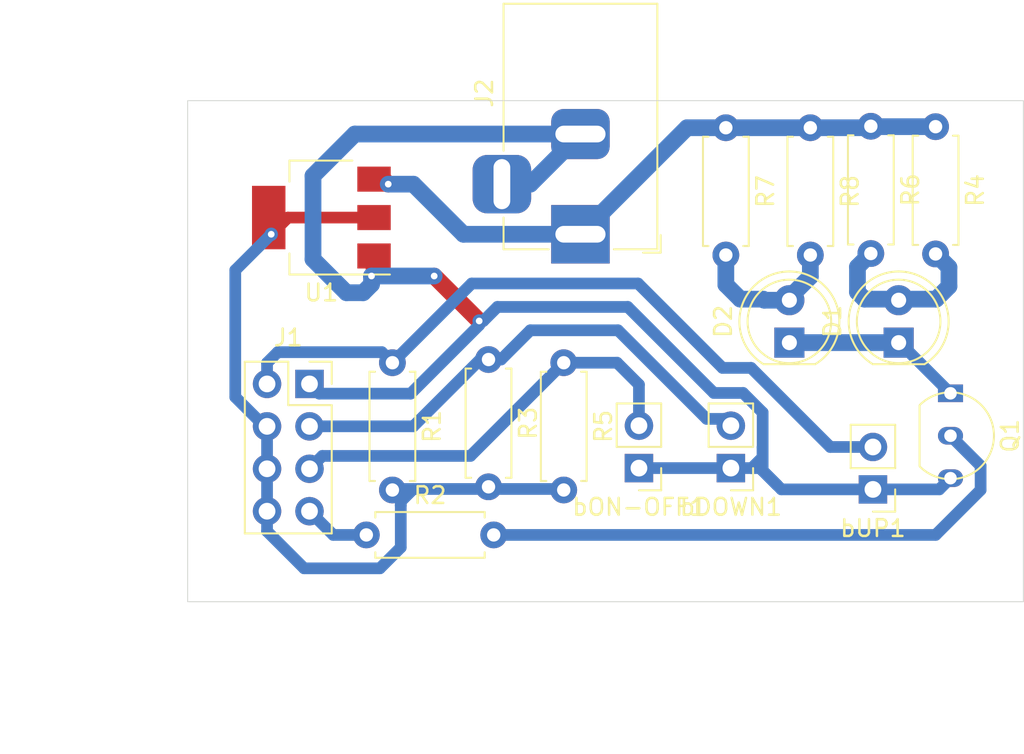
<source format=kicad_pcb>
(kicad_pcb (version 20241229) (generator "pcbnew") (generator_version "9.0")
  (layers (0 "F.Cu" signal) (2 "B.Cu" signal) (13 "F.Paste" user) (15 "B.Paste" user) (5 "F.SilkS" user "F.Silkscreen") (7 "B.SilkS" user "B.Silkscreen") (1 "F.Mask" user) (3 "B.Mask" user) (25 "Edge.Cuts" user))
  (net 0 "")
  (net 1 "Net-(D1-K)")
  (net 2 "GND")
  (net 3 "Net-(D1-A)")
  (net 4 "+5V")
  (net 5 "CHIP_EN")
  (net 6 "B_DOWN")
  (net 7 "B_ON-OFF")
  (net 8 "B_UP")
  (net 9 "Net-(D2-A)")
  (net 10 "IR")
  (net 11 "Net-(Q1-B)")
  (footprint "Package_TO_SOT_THT:TO-92_Inline" (layer "F.Cu") (at 126.14 67.7926 -90)
    (property "Reference" "Q1" (at 1.27 -3.56 90) (layer "F.SilkS"))
    (property "Value" "BC337")
    (fp_line (start -0.53 1.85) (end 3.07 1.85) (stroke (width 0.12)) (layer "F.SilkS"))
    (fp_arc (start -0.568478 1.838478) (mid -1.132087 -0.994977) (end 1.27 -2.6) (stroke (width 0.12)) (layer "F.SilkS"))
    (fp_arc (start 1.27 -2.6) (mid 3.672087 -0.994977) (end 3.108478 1.838478) (stroke (width 0.12)) (layer "F.SilkS"))
    (pad "1" thru_hole rect (at -1.27 0 270) (size 1.05 1.5) (drill 0.75) (layers "*.Cu" "*.Mask") (net 1 "Net-(D1-K)"))
    (pad "2" thru_hole oval (at 1.27 0 270) (size 1.05 1.5) (drill 0.75) (layers "*.Cu" "*.Mask") (net 11 "Net-(Q1-B)"))
    (pad "3" thru_hole oval (at 3.81 0 270) (size 1.05 1.5) (drill 0.75) (layers "*.Cu" "*.Mask") (net 2 "GND"))
  )
  (footprint "Package_TO_SOT_SMD:SOT-223-3_TabPin2" (layer "F.Cu") (at 88.5 56 180)
    (property "Reference" "U1" (at 0 -4.5 0) (layer "F.SilkS"))
    (property "Value" "AMS1117-3.3")
    (fp_line (start 1.91 3.41) (end 1.91 2.15) (stroke (width 0.12)) (layer "F.SilkS"))
    (fp_line (start 1.91 -3.41) (end 1.91 -2.15) (stroke (width 0.12)) (layer "F.SilkS"))
    (fp_line (start -1.85 3.41) (end 1.91 3.41) (stroke (width 0.12)) (layer "F.SilkS"))
    (fp_line (start -4.1 -3.41) (end 1.91 -3.41) (stroke (width 0.12)) (layer "F.SilkS"))
    (pad "1" smd rect (at -3.15 -2.3 180) (size 2 1.5) (layers "F.Cu" "F.Mask" "F.Paste") (net 2 "GND"))
    (pad "2" smd rect (at -3.15 0 180) (size 2 1.5) (layers "F.Cu" "F.Mask" "F.Paste") (net 5 "CHIP_EN"))
    (pad "2" smd rect (at 3.15 0 180) (size 2 3.8) (layers "F.Cu" "F.Mask" "F.Paste") (net 5 "CHIP_EN"))
    (pad "3" smd rect (at -3.15 2.3 180) (size 2 1.5) (layers "F.Cu" "F.Mask" "F.Paste") (net 4 "+5V"))
  )
  (footprint "Connector_PinHeader_2.54mm:PinHeader_1x02_P2.54mm_Vertical" (layer "F.Cu") (at 113 71 180)
    (property "Reference" "bDOWN1" (at 0 -2.33 0) (layer "F.SilkS"))
    (property "Value" "b_push")
    (fp_line (start 1.33 1.27) (end 1.33 3.87) (stroke (width 0.12)) (layer "F.SilkS"))
    (fp_line (start -1.33 3.87) (end 1.33 3.87) (stroke (width 0.12)) (layer "F.SilkS"))
    (fp_line (start -1.33 1.27) (end 1.33 1.27) (stroke (width 0.12)) (layer "F.SilkS"))
    (fp_line (start -1.33 1.27) (end -1.33 3.87) (stroke (width 0.12)) (layer "F.SilkS"))
    (fp_line (start -1.33 0) (end -1.33 -1.33) (stroke (width 0.12)) (layer "F.SilkS"))
    (fp_line (start -1.33 -1.33) (end 0 -1.33) (stroke (width 0.12)) (layer "F.SilkS"))
    (pad "1" thru_hole rect (at 0 0 180) (size 1.7 1.7) (drill 1) (layers "*.Cu" "*.Mask") (net 2 "GND"))
    (pad "2" thru_hole oval (at 0 2.54 180) (size 1.7 1.7) (drill 1) (layers "*.Cu" "*.Mask") (net 6 "B_DOWN"))
  )
  (footprint "Connector_PinHeader_2.54mm:PinHeader_1x02_P2.54mm_Vertical" (layer "F.Cu") (at 107.5 71 180)
    (property "Reference" "bON-OFF1" (at 0 -2.33 0) (layer "F.SilkS"))
    (property "Value" "b_push")
    (fp_line (start 1.33 1.27) (end 1.33 3.87) (stroke (width 0.12)) (layer "F.SilkS"))
    (fp_line (start -1.33 3.87) (end 1.33 3.87) (stroke (width 0.12)) (layer "F.SilkS"))
    (fp_line (start -1.33 1.27) (end 1.33 1.27) (stroke (width 0.12)) (layer "F.SilkS"))
    (fp_line (start -1.33 1.27) (end -1.33 3.87) (stroke (width 0.12)) (layer "F.SilkS"))
    (fp_line (start -1.33 0) (end -1.33 -1.33) (stroke (width 0.12)) (layer "F.SilkS"))
    (fp_line (start -1.33 -1.33) (end 0 -1.33) (stroke (width 0.12)) (layer "F.SilkS"))
    (pad "1" thru_hole rect (at 0 0 180) (size 1.7 1.7) (drill 1) (layers "*.Cu" "*.Mask") (net 2 "GND"))
    (pad "2" thru_hole oval (at 0 2.54 180) (size 1.7 1.7) (drill 1) (layers "*.Cu" "*.Mask") (net 7 "B_ON-OFF"))
  )
  (footprint "Connector_PinHeader_2.54mm:PinHeader_1x02_P2.54mm_Vertical" (layer "F.Cu") (at 121.5 72.275 180)
    (property "Reference" "bUP1" (at 0 -2.33 0) (layer "F.SilkS"))
    (property "Value" "b_push")
    (fp_line (start 1.33 1.27) (end 1.33 3.87) (stroke (width 0.12)) (layer "F.SilkS"))
    (fp_line (start -1.33 3.87) (end 1.33 3.87) (stroke (width 0.12)) (layer "F.SilkS"))
    (fp_line (start -1.33 1.27) (end 1.33 1.27) (stroke (width 0.12)) (layer "F.SilkS"))
    (fp_line (start -1.33 1.27) (end -1.33 3.87) (stroke (width 0.12)) (layer "F.SilkS"))
    (fp_line (start -1.33 0) (end -1.33 -1.33) (stroke (width 0.12)) (layer "F.SilkS"))
    (fp_line (start -1.33 -1.33) (end 0 -1.33) (stroke (width 0.12)) (layer "F.SilkS"))
    (pad "1" thru_hole rect (at 0 0 180) (size 1.7 1.7) (drill 1) (layers "*.Cu" "*.Mask") (net 2 "GND"))
    (pad "2" thru_hole oval (at 0 2.54 180) (size 1.7 1.7) (drill 1) (layers "*.Cu" "*.Mask") (net 8 "B_UP"))
  )
  (footprint "LED_THT:LED_D5.0mm" (layer "F.Cu") (at 123.0376 63.488646 90)
    (property "Reference" "D1" (at 1.27 -3.96 90) (layer "F.SilkS"))
    (property "Value" "LED")
    (fp_line (start -1.29 -1.545) (end -1.29 1.545) (stroke (width 0.12)) (layer "F.SilkS"))
    (fp_arc (start -1.29 -1.54483) (mid 2.072002 -2.880433) (end 4.26 0.000462) (stroke (width 0.12)) (layer "F.SilkS"))
    (fp_arc (start 4.26 -0.000462) (mid 2.072002 2.880433) (end -1.29 1.54483) (stroke (width 0.12)) (layer "F.SilkS"))
    (fp_circle (center 1.27 0) (end 3.77 0) (stroke (width 0.12)) (fill no) (layer "F.SilkS"))
    (pad "1" thru_hole rect (at 0 0 90) (size 1.8 1.8) (drill 0.9) (layers "*.Cu" "*.Mask") (net 1 "Net-(D1-K)"))
    (pad "2" thru_hole circle (at 2.54 0 90) (size 1.8 1.8) (drill 0.9) (layers "*.Cu" "*.Mask") (net 3 "Net-(D1-A)"))
  )
  (footprint "LED_THT:LED_D5.0mm" (layer "F.Cu") (at 116.5 63.488646 90)
    (property "Reference" "D2" (at 1.27 -3.96 90) (layer "F.SilkS"))
    (property "Value" "LED")
    (fp_line (start -1.29 -1.545) (end -1.29 1.545) (stroke (width 0.12)) (layer "F.SilkS"))
    (fp_arc (start -1.29 -1.54483) (mid 2.072002 -2.880433) (end 4.26 0.000462) (stroke (width 0.12)) (layer "F.SilkS"))
    (fp_arc (start 4.26 -0.000462) (mid 2.072002 2.880433) (end -1.29 1.54483) (stroke (width 0.12)) (layer "F.SilkS"))
    (fp_circle (center 1.27 0) (end 3.77 0) (stroke (width 0.12)) (fill no) (layer "F.SilkS"))
    (pad "1" thru_hole rect (at 0 0 90) (size 1.8 1.8) (drill 0.9) (layers "*.Cu" "*.Mask") (net 1 "Net-(D1-K)"))
    (pad "2" thru_hole circle (at 2.54 0 90) (size 1.8 1.8) (drill 0.9) (layers "*.Cu" "*.Mask") (net 9 "Net-(D2-A)"))
  )
  (footprint "Connector_PinSocket_2.54mm:PinSocket_2x04_P2.54mm_Vertical" (layer "F.Cu") (at 87.79 65.96)
    (property "Reference" "J1" (at -1.27 -2.77 0) (layer "F.SilkS"))
    (property "Value" "ESP01")
    (fp_line (start -3.87 -1.33) (end -3.87 8.95) (stroke (width 0.12)) (layer "F.SilkS"))
    (fp_line (start -3.87 -1.33) (end -1.27 -1.33) (stroke (width 0.12)) (layer "F.SilkS"))
    (fp_line (start -3.87 8.95) (end 1.33 8.95) (stroke (width 0.12)) (layer "F.SilkS"))
    (fp_line (start -1.27 -1.33) (end -1.27 1.27) (stroke (width 0.12)) (layer "F.SilkS"))
    (fp_line (start -1.27 1.27) (end 1.33 1.27) (stroke (width 0.12)) (layer "F.SilkS"))
    (fp_line (start 0 -1.33) (end 1.33 -1.33) (stroke (width 0.12)) (layer "F.SilkS"))
    (fp_line (start 1.33 -1.33) (end 1.33 0) (stroke (width 0.12)) (layer "F.SilkS"))
    (fp_line (start 1.33 1.27) (end 1.33 8.95) (stroke (width 0.12)) (layer "F.SilkS"))
    (pad "1" thru_hole rect (at 0 0) (size 1.7 1.7) (drill 1) (layers "*.Cu" "*.Mask") (net 2 "GND"))
    (pad "2" thru_hole circle (at -2.54 0) (size 1.7 1.7) (drill 1) (layers "*.Cu" "*.Mask") (net 8 "B_UP"))
    (pad "3" thru_hole circle (at 0 2.54) (size 1.7 1.7) (drill 1) (layers "*.Cu" "*.Mask") (net 6 "B_DOWN"))
    (pad "4" thru_hole circle (at -2.54 2.54) (size 1.7 1.7) (drill 1) (layers "*.Cu" "*.Mask") (net 5 "CHIP_EN"))
    (pad "5" thru_hole circle (at 0 5.08) (size 1.7 1.7) (drill 1) (layers "*.Cu" "*.Mask") (net 7 "B_ON-OFF"))
    (pad "6" thru_hole circle (at -2.54 5.08) (size 1.7 1.7) (drill 1) (layers "*.Cu" "*.Mask") (net 5 "CHIP_EN"))
    (pad "7" thru_hole circle (at 0 7.62) (size 1.7 1.7) (drill 1) (layers "*.Cu" "*.Mask") (net 10 "IR"))
    (pad "8" thru_hole circle (at -2.54 7.62) (size 1.7 1.7) (drill 1) (layers "*.Cu" "*.Mask") (net 5 "CHIP_EN"))
  )
  (footprint "Resistor_THT:R_Axial_DIN0207_L6.3mm_D2.5mm_P7.62mm_Horizontal" (layer "F.Cu") (at 92.75 64.69 -90)
    (property "Reference" "R1" (at 3.81 -2.37 90) (layer "F.SilkS"))
    (property "Value" "R" (hide yes))
    (fp_line (start 0.54 1.37) (end 7.08 1.37) (stroke (width 0.12)) (layer "F.SilkS"))
    (fp_line (start 7.08 1.37) (end 7.08 1.04) (stroke (width 0.12)) (layer "F.SilkS"))
    (fp_line (start 0.54 1.04) (end 0.54 1.37) (stroke (width 0.12)) (layer "F.SilkS"))
    (fp_line (start 0.54 -1.04) (end 0.54 -1.37) (stroke (width 0.12)) (layer "F.SilkS"))
    (fp_line (start 0.54 -1.37) (end 7.08 -1.37) (stroke (width 0.12)) (layer "F.SilkS"))
    (fp_line (start 7.08 -1.37) (end 7.08 -1.04) (stroke (width 0.12)) (layer "F.SilkS"))
    (pad "1" thru_hole circle (at 0 0 270) (size 1.6 1.6) (drill 0.8) (layers "*.Cu" "*.Mask") (net 8 "B_UP"))
    (pad "2" thru_hole oval (at 7.62 0 270) (size 1.6 1.6) (drill 0.8) (layers "*.Cu" "*.Mask") (net 5 "CHIP_EN"))
  )
  (footprint "Resistor_THT:R_Axial_DIN0207_L6.3mm_D2.5mm_P7.62mm_Horizontal" (layer "F.Cu") (at 91.19 75)
    (property "Reference" "R2" (at 3.81 -2.37 0) (layer "F.SilkS"))
    (property "Value" "R")
    (fp_line (start 0.54 -1.37) (end 7.08 -1.37) (stroke (width 0.12)) (layer "F.SilkS"))
    (fp_line (start 0.54 -1.04) (end 0.54 -1.37) (stroke (width 0.12)) (layer "F.SilkS"))
    (fp_line (start 0.54 1.04) (end 0.54 1.37) (stroke (width 0.12)) (layer "F.SilkS"))
    (fp_line (start 0.54 1.37) (end 7.08 1.37) (stroke (width 0.12)) (layer "F.SilkS"))
    (fp_line (start 7.08 -1.37) (end 7.08 -1.04) (stroke (width 0.12)) (layer "F.SilkS"))
    (fp_line (start 7.08 1.37) (end 7.08 1.04) (stroke (width 0.12)) (layer "F.SilkS"))
    (pad "1" thru_hole circle (at 0 0) (size 1.6 1.6) (drill 0.8) (layers "*.Cu" "*.Mask") (net 10 "IR"))
    (pad "2" thru_hole oval (at 7.62 0) (size 1.6 1.6) (drill 0.8) (layers "*.Cu" "*.Mask") (net 11 "Net-(Q1-B)"))
  )
  (footprint "Resistor_THT:R_Axial_DIN0207_L6.3mm_D2.5mm_P7.62mm_Horizontal" (layer "F.Cu") (at 98.5 64.5 -90)
    (property "Reference" "R3" (at 3.81 -2.37 90) (layer "F.SilkS"))
    (property "Value" "R")
    (fp_line (start 0.54 1.37) (end 7.08 1.37) (stroke (width 0.12)) (layer "F.SilkS"))
    (fp_line (start 7.08 1.37) (end 7.08 1.04) (stroke (width 0.12)) (layer "F.SilkS"))
    (fp_line (start 0.54 1.04) (end 0.54 1.37) (stroke (width 0.12)) (layer "F.SilkS"))
    (fp_line (start 0.54 -1.04) (end 0.54 -1.37) (stroke (width 0.12)) (layer "F.SilkS"))
    (fp_line (start 0.54 -1.37) (end 7.08 -1.37) (stroke (width 0.12)) (layer "F.SilkS"))
    (fp_line (start 7.08 -1.37) (end 7.08 -1.04) (stroke (width 0.12)) (layer "F.SilkS"))
    (pad "1" thru_hole circle (at 0 0 270) (size 1.6 1.6) (drill 0.8) (layers "*.Cu" "*.Mask") (net 6 "B_DOWN"))
    (pad "2" thru_hole oval (at 7.62 0 270) (size 1.6 1.6) (drill 0.8) (layers "*.Cu" "*.Mask") (net 5 "CHIP_EN"))
  )
  (footprint "Resistor_THT:R_Axial_DIN0207_L6.3mm_D2.5mm_P7.62mm_Horizontal" (layer "F.Cu") (at 125.2474 50.5587 -90)
    (property "Reference" "R4" (at 3.81 -2.37 90) (layer "F.SilkS"))
    (property "Value" "R")
    (fp_line (start 0.54 1.37) (end 7.08 1.37) (stroke (width 0.12)) (layer "F.SilkS"))
    (fp_line (start 7.08 1.37) (end 7.08 1.04) (stroke (width 0.12)) (layer "F.SilkS"))
    (fp_line (start 0.54 1.04) (end 0.54 1.37) (stroke (width 0.12)) (layer "F.SilkS"))
    (fp_line (start 0.54 -1.04) (end 0.54 -1.37) (stroke (width 0.12)) (layer "F.SilkS"))
    (fp_line (start 0.54 -1.37) (end 7.08 -1.37) (stroke (width 0.12)) (layer "F.SilkS"))
    (fp_line (start 7.08 -1.37) (end 7.08 -1.04) (stroke (width 0.12)) (layer "F.SilkS"))
    (pad "1" thru_hole circle (at 0 0 270) (size 1.6 1.6) (drill 0.8) (layers "*.Cu" "*.Mask") (net 4 "+5V"))
    (pad "2" thru_hole oval (at 7.62 0 270) (size 1.6 1.6) (drill 0.8) (layers "*.Cu" "*.Mask") (net 3 "Net-(D1-A)"))
  )
  (footprint "Resistor_THT:R_Axial_DIN0207_L6.3mm_D2.5mm_P7.62mm_Horizontal" (layer "F.Cu") (at 103 64.69 -90)
    (property "Reference" "R5" (at 3.81 -2.37 90) (layer "F.SilkS"))
    (property "Value" "R")
    (fp_line (start 0.54 1.37) (end 7.08 1.37) (stroke (width 0.12)) (layer "F.SilkS"))
    (fp_line (start 7.08 1.37) (end 7.08 1.04) (stroke (width 0.12)) (layer "F.SilkS"))
    (fp_line (start 0.54 1.04) (end 0.54 1.37) (stroke (width 0.12)) (layer "F.SilkS"))
    (fp_line (start 0.54 -1.04) (end 0.54 -1.37) (stroke (width 0.12)) (layer "F.SilkS"))
    (fp_line (start 0.54 -1.37) (end 7.08 -1.37) (stroke (width 0.12)) (layer "F.SilkS"))
    (fp_line (start 7.08 -1.37) (end 7.08 -1.04) (stroke (width 0.12)) (layer "F.SilkS"))
    (pad "1" thru_hole circle (at 0 0 270) (size 1.6 1.6) (drill 0.8) (layers "*.Cu" "*.Mask") (net 7 "B_ON-OFF"))
    (pad "2" thru_hole oval (at 7.62 0 270) (size 1.6 1.6) (drill 0.8) (layers "*.Cu" "*.Mask") (net 5 "CHIP_EN"))
  )
  (footprint "Resistor_THT:R_Axial_DIN0207_L6.3mm_D2.5mm_P7.62mm_Horizontal" (layer "F.Cu") (at 121.3739 50.5333 -90)
    (property "Reference" "R6" (at 3.81 -2.37 90) (layer "F.SilkS"))
    (property "Value" "R")
    (fp_line (start 0.54 1.37) (end 7.08 1.37) (stroke (width 0.12)) (layer "F.SilkS"))
    (fp_line (start 7.08 1.37) (end 7.08 1.04) (stroke (width 0.12)) (layer "F.SilkS"))
    (fp_line (start 0.54 1.04) (end 0.54 1.37) (stroke (width 0.12)) (layer "F.SilkS"))
    (fp_line (start 0.54 -1.04) (end 0.54 -1.37) (stroke (width 0.12)) (layer "F.SilkS"))
    (fp_line (start 0.54 -1.37) (end 7.08 -1.37) (stroke (width 0.12)) (layer "F.SilkS"))
    (fp_line (start 7.08 -1.37) (end 7.08 -1.04) (stroke (width 0.12)) (layer "F.SilkS"))
    (pad "1" thru_hole circle (at 0 0 270) (size 1.6 1.6) (drill 0.8) (layers "*.Cu" "*.Mask") (net 4 "+5V"))
    (pad "2" thru_hole oval (at 7.62 0 270) (size 1.6 1.6) (drill 0.8) (layers "*.Cu" "*.Mask") (net 3 "Net-(D1-A)"))
  )
  (footprint "Resistor_THT:R_Axial_DIN0207_L6.3mm_D2.5mm_P7.62mm_Horizontal" (layer "F.Cu") (at 112.6998 50.6222 -90)
    (property "Reference" "R7" (at 3.81 -2.37 90) (layer "F.SilkS"))
    (property "Value" "R")
    (fp_line (start 0.54 1.37) (end 7.08 1.37) (stroke (width 0.12)) (layer "F.SilkS"))
    (fp_line (start 7.08 1.37) (end 7.08 1.04) (stroke (width 0.12)) (layer "F.SilkS"))
    (fp_line (start 0.54 1.04) (end 0.54 1.37) (stroke (width 0.12)) (layer "F.SilkS"))
    (fp_line (start 0.54 -1.04) (end 0.54 -1.37) (stroke (width 0.12)) (layer "F.SilkS"))
    (fp_line (start 0.54 -1.37) (end 7.08 -1.37) (stroke (width 0.12)) (layer "F.SilkS"))
    (fp_line (start 7.08 -1.37) (end 7.08 -1.04) (stroke (width 0.12)) (layer "F.SilkS"))
    (pad "1" thru_hole circle (at 0 0 270) (size 1.6 1.6) (drill 0.8) (layers "*.Cu" "*.Mask") (net 4 "+5V"))
    (pad "2" thru_hole oval (at 7.62 0 270) (size 1.6 1.6) (drill 0.8) (layers "*.Cu" "*.Mask") (net 9 "Net-(D2-A)"))
  )
  (footprint "Resistor_THT:R_Axial_DIN0207_L6.3mm_D2.5mm_P7.62mm_Horizontal" (layer "F.Cu") (at 117.7544 50.6222 -90)
    (property "Reference" "R8" (at 3.81 -2.37 90) (layer "F.SilkS"))
    (property "Value" "R")
    (fp_line (start 0.54 1.37) (end 7.08 1.37) (stroke (width 0.12)) (layer "F.SilkS"))
    (fp_line (start 7.08 1.37) (end 7.08 1.04) (stroke (width 0.12)) (layer "F.SilkS"))
    (fp_line (start 0.54 1.04) (end 0.54 1.37) (stroke (width 0.12)) (layer "F.SilkS"))
    (fp_line (start 0.54 -1.04) (end 0.54 -1.37) (stroke (width 0.12)) (layer "F.SilkS"))
    (fp_line (start 0.54 -1.37) (end 7.08 -1.37) (stroke (width 0.12)) (layer "F.SilkS"))
    (fp_line (start 7.08 -1.37) (end 7.08 -1.04) (stroke (width 0.12)) (layer "F.SilkS"))
    (pad "1" thru_hole circle (at 0 0 270) (size 1.6 1.6) (drill 0.8) (layers "*.Cu" "*.Mask") (net 4 "+5V"))
    (pad "2" thru_hole oval (at 7.62 0 270) (size 1.6 1.6) (drill 0.8) (layers "*.Cu" "*.Mask") (net 9 "Net-(D2-A)"))
  )
  (footprint "Connector_BarrelJack:BarrelJack_Horizontal" (layer "F.Cu") (at 104 57 -90)
    (property "Reference" "J2" (at -8.45 5.75 90) (layer "F.SilkS"))
    (property "Value" "Barrel_Jack_Switch")
    (fp_line (start -13.8 4.6) (end -13.8 -4.6) (stroke (width 0.12)) (layer "F.SilkS"))
    (fp_line (start -5 4.6) (end -13.8 4.6) (stroke (width 0.12)) (layer "F.SilkS"))
    (fp_line (start 0.9 4.6) (end -1 4.6) (stroke (width 0.12)) (layer "F.SilkS"))
    (fp_line (start 0.9 1.9) (end 0.9 4.6) (stroke (width 0.12)) (layer "F.SilkS"))
    (fp_line (start 1.1 -3.75) (end 1.1 -4.8) (stroke (width 0.12)) (layer "F.SilkS"))
    (fp_line (start -13.8 -4.6) (end 0.9 -4.6) (stroke (width 0.12)) (layer "F.SilkS"))
    (fp_line (start 0.9 -4.6) (end 0.9 -2) (stroke (width 0.12)) (layer "F.SilkS"))
    (fp_line (start 0.05 -4.8) (end 1.1 -4.8) (stroke (width 0.12)) (layer "F.SilkS"))
    (pad "1" thru_hole rect (at 0 0 270) (size 3.5 3.5) (drill oval 1 3) (layers "*.Cu" "*.Mask") (net 4 "+5V"))
    (pad "2" thru_hole roundrect (at -6 0 270) (size 3 3.5) (drill oval 1 3) (layers "*.Cu" "*.Mask") (net 2 "GND"))
    (pad "3" thru_hole roundrect (at -3 4.7 270) (size 3.5 3.5) (drill oval 3 1) (layers "*.Cu" "*.Mask") (net 2 "GND"))
  )
  (gr_rect (start 80.5 49) (end 130.5 79) (stroke (width 0.05)) (fill no) (layer "Edge.Cuts"))
  (segment (start 123.102446 63.488646) (end 123.0376 63.488646) (width 0.7) (layer "B.Cu") (net 1))
  (segment (start 126.14 66.5226) (end 126.1364 66.5226) (width 0.7) (layer "B.Cu") (net 1))
  (segment (start 126.1364 66.5226) (end 123.102446 63.488646) (width 0.7) (layer "B.Cu") (net 1))
  (segment (start 116.5 63.488646) (end 123.0376 63.488646) (width 1) (layer "B.Cu") (net 1))
  (segment (start 91.65 58.3) (end 91.65 59.35) (width 1) (layer "F.Cu") (net 2))
  (segment (start 91.65 59.35) (end 91.5 59.5) (width 1) (layer "F.Cu") (net 2))
  (segment (start 95.25 59.5) (end 97.941145 62.191145) (width 1) (layer "F.Cu") (net 2))
  (via (at 95.25 59.5) (size 0.8) (drill 0.4) (layers "F.Cu" "B.Cu") (net 2))
  (via (at 97.941145 62.191145) (size 0.8) (drill 0.4) (layers "F.Cu" "B.Cu") (net 2))
  (via (at 91.5 59.5) (size 0.8) (drill 0.4) (layers "F.Cu" "B.Cu") (net 2))
  (segment (start 114.25 71) (end 114.75 71) (width 0.7) (layer "B.Cu") (net 2))
  (segment (start 104 51) (end 90.5 51) (width 1) (layer "B.Cu") (net 2))
  (segment (start 116.025 72.275) (end 121.5 72.275) (width 0.7) (layer "B.Cu") (net 2))
  (segment (start 99.03329 61.349) (end 106.830314 61.349) (width 0.7) (layer "B.Cu") (net 2))
  (segment (start 101 54) (end 104 51) (width 1) (layer "B.Cu") (net 2))
  (segment (start 91.5 60) (end 91 60.5) (width 1) (layer "B.Cu") (net 2))
  (segment (start 90.5 51) (end 88 53.5) (width 1) (layer "B.Cu") (net 2))
  (segment (start 114.75 71) (end 114.901 71.151) (width 0.7) (layer "B.Cu") (net 2))
  (segment (start 95.25 59.5) (end 91.5 59.5) (width 1) (layer "B.Cu") (net 2))
  (segment (start 93.84129 66.541) (end 88.371 66.541) (width 0.7) (layer "B.Cu") (net 2))
  (segment (start 114.901 70.349) (end 114.25 71) (width 0.7) (layer "B.Cu") (net 2))
  (segment (start 114.901 69.75) (end 114.901 71.151) (width 0.7) (layer "B.Cu") (net 2))
  (segment (start 88 53.5) (end 88 58.5) (width 1) (layer "B.Cu") (net 2))
  (segment (start 97.941145 62.441145) (end 93.84129 66.541) (width 0.7) (layer "B.Cu") (net 2))
  (segment (start 115.75 72) (end 114.75 71) (width 0.7) (layer "B.Cu") (net 2))
  (segment (start 88 58.5) (end 90 60.5) (width 1) (layer "B.Cu") (net 2))
  (segment (start 106.830314 61.349) (end 111.981314 66.5) (width 0.7) (layer "B.Cu") (net 2))
  (segment (start 125.4676 72.275) (end 126.14 71.6026) (width 0.7) (layer "B.Cu") (net 2))
  (segment (start 114.901 69.75) (end 114.901 70.349) (width 0.7) (layer "B.Cu") (net 2))
  (segment (start 88.371 66.541) (end 87.79 65.96) (width 0.7) (layer "B.Cu") (net 2))
  (segment (start 91.5 59.5) (end 91.5 60) (width 1) (layer "B.Cu") (net 2))
  (segment (start 113.72842 66.5) (end 114.901 67.67258) (width 0.7) (layer "B.Cu") (net 2))
  (segment (start 115.75 72) (end 116.025 72.275) (width 0.7) (layer "B.Cu") (net 2))
  (segment (start 111.981314 66.5) (end 113.72842 66.5) (width 0.7) (layer "B.Cu") (net 2))
  (segment (start 113 71) (end 114.25 71) (width 0.7) (layer "B.Cu") (net 2))
  (segment (start 97.941145 62.191145) (end 98.191145 62.191145) (width 0.7) (layer "B.Cu") (net 2))
  (segment (start 98.191145 62.191145) (end 99.03329 61.349) (width 0.7) (layer "B.Cu") (net 2))
  (segment (start 121.5 72.275) (end 125.4676 72.275) (width 0.7) (layer "B.Cu") (net 2))
  (segment (start 90 60.5) (end 91 60.5) (width 1) (layer "B.Cu") (net 2))
  (segment (start 114.901 71.151) (end 115.75 72) (width 0.7) (layer "B.Cu") (net 2))
  (segment (start 97.941145 62.191145) (end 97.941145 62.441145) (width 0.7) (layer "B.Cu") (net 2))
  (segment (start 99.3 54) (end 101 54) (width 1) (layer "B.Cu") (net 2))
  (segment (start 114.901 67.67258) (end 114.901 69.75) (width 0.7) (layer "B.Cu") (net 2))
  (segment (start 107.5 71) (end 113 71) (width 0.7) (layer "B.Cu") (net 2))
  (segment (start 123.102446 60.8838) (end 123.0376 60.948646) (width 1) (layer "B.Cu") (net 3))
  (segment (start 120.573901 58.953299) (end 120.573901 60.464801) (width 1) (layer "B.Cu") (net 3))
  (segment (start 122.972754 60.8838) (end 123.0376 60.948646) (width 1) (layer "B.Cu") (net 3))
  (segment (start 125.2474 58.1787) (end 126.047399 58.978699) (width 1) (layer "B.Cu") (net 3))
  (segment (start 120.573901 60.464801) (end 120.9929 60.8838) (width 1) (layer "B.Cu") (net 3))
  (segment (start 120.9929 60.8838) (end 122.972754 60.8838) (width 1) (layer "B.Cu") (net 3))
  (segment (start 126.047399 60.121901) (end 125.2855 60.8838) (width 1) (layer "B.Cu") (net 3))
  (segment (start 126.047399 58.978699) (end 126.047399 60.121901) (width 1) (layer "B.Cu") (net 3))
  (segment (start 121.3739 58.1533) (end 120.573901 58.953299) (width 1) (layer "B.Cu") (net 3))
  (segment (start 125.2855 60.8838) (end 123.102446 60.8838) (width 1) (layer "B.Cu") (net 3))
  (segment (start 92.2 53.7) (end 92.5 54) (width 1) (layer "F.Cu") (net 4))
  (segment (start 91.65 53.7) (end 92.2 53.7) (width 1) (layer "F.Cu") (net 4))
  (via (at 92.5 54) (size 0.8) (drill 0.4) (layers "F.Cu" "B.Cu") (net 4))
  (segment (start 97 57) (end 94 54) (width 1) (layer "B.Cu") (net 4))
  (segment (start 125.2474 50.5587) (end 121.3993 50.5587) (width 1) (layer "B.Cu") (net 4))
  (segment (start 117.7544 50.6222) (end 121.285 50.6222) (width 1) (layer "B.Cu") (net 4))
  (segment (start 104 57) (end 97 57) (width 1) (layer "B.Cu") (net 4))
  (segment (start 94 54) (end 92.5 54) (width 1) (layer "B.Cu") (net 4))
  (segment (start 121.285 50.6222) (end 121.3739 50.5333) (width 1) (layer "B.Cu") (net 4))
  (segment (start 112.6998 50.6222) (end 117.7544 50.6222) (width 1) (layer "B.Cu") (net 4))
  (segment (start 104 57) (end 110.3778 50.6222) (width 1) (layer "B.Cu") (net 4))
  (segment (start 110.3778 50.6222) (end 112.6998 50.6222) (width 1) (layer "B.Cu") (net 4))
  (segment (start 121.3993 50.5587) (end 121.3739 50.5333) (width 1) (layer "B.Cu") (net 4))
  (segment (start 91.65 56) (end 86.5 56) (width 0.7) (layer "F.Cu") (net 5))
  (segment (start 86.5 56) (end 85.5 57) (width 0.7) (layer "F.Cu") (net 5))
  (via (at 85.5 57) (size 0.8) (drill 0.4) (layers "F.Cu" "B.Cu") (net 5))
  (segment (start 85.10158 68.5) (end 83.349 66.74742) (width 0.7) (layer "B.Cu") (net 5))
  (segment (start 93.25 73.25) (end 93.25 73) (width 0.7) (layer "B.Cu") (net 5))
  (segment (start 92.75 72.31) (end 93.25 72.81) (width 0.7) (layer "B.Cu") (net 5))
  (segment (start 102.94 72.25) (end 103 72.31) (width 0.7) (layer "B.Cu") (net 5))
  (segment (start 85.25 74.782081) (end 85.25 73.58) (width 0.7) (layer "B.Cu") (net 5))
  (segment (start 93.25 73) (end 94 72.25) (width 0.7) (layer "B.Cu") (net 5))
  (segment (start 92 77) (end 87.467919 77) (width 0.7) (layer "B.Cu") (net 5))
  (segment (start 85.25 68.5) (end 85.10158 68.5) (width 0.7) (layer "B.Cu") (net 5))
  (segment (start 94 72.25) (end 102.94 72.25) (width 0.7) (layer "B.Cu") (net 5))
  (segment (start 93.25 72.81) (end 93.25 73.25) (width 0.7) (layer "B.Cu") (net 5))
  (segment (start 87.467919 77) (end 85.25 74.782081) (width 0.7) (layer "B.Cu") (net 5))
  (segment (start 93.25 75.75) (end 92 77) (width 0.7) (layer "B.Cu") (net 5))
  (segment (start 93.25 73.25) (end 93.25 75.75) (width 0.7) (layer "B.Cu") (net 5))
  (segment (start 83.349 66.74742) (end 83.349 59.151) (width 0.7) (layer "B.Cu") (net 5))
  (segment (start 83.349 59.151) (end 85.5 57) (width 0.7) (layer "B.Cu") (net 5))
  (segment (start 92.75 72.31) (end 92.81 72.25) (width 0.7) (layer "B.Cu") (net 5))
  (segment (start 85.25 68.5) (end 85.25 73.58) (width 0.7) (layer "B.Cu") (net 5))
  (segment (start 92.81 72.25) (end 94 72.25) (width 0.7) (layer "B.Cu") (net 5))
  (segment (start 98.5 64.5) (end 98 64.5) (width 0.7) (layer "B.Cu") (net 6))
  (segment (start 99.25 64.5) (end 101 62.75) (width 0.7) (layer "B.Cu") (net 6))
  (segment (start 111.552387 68.052387) (end 112.592387 68.052387) (width 0.7) (layer "B.Cu") (net 6))
  (segment (start 98 64.5) (end 94 68.5) (width 0.7) (layer "B.Cu") (net 6))
  (segment (start 112.592387 68.052387) (end 113 68.46) (width 0.7) (layer "B.Cu") (net 6))
  (segment (start 101 62.75) (end 106.25 62.75) (width 0.7) (layer "B.Cu") (net 6))
  (segment (start 94 68.5) (end 87.79 68.5) (width 0.7) (layer "B.Cu") (net 6))
  (segment (start 98.5 64.5) (end 99.25 64.5) (width 0.7) (layer "B.Cu") (net 6))
  (segment (start 106.25 62.75) (end 111.552387 68.052387) (width 0.7) (layer "B.Cu") (net 6))
  (segment (start 87.79 71.04) (end 88.561 70.269) (width 0.7) (layer "B.Cu") (net 7))
  (segment (start 106.19 64.69) (end 107.5 66) (width 0.7) (layer "B.Cu") (net 7))
  (segment (start 88.561 70.269) (end 97.421 70.269) (width 0.7) (layer "B.Cu") (net 7))
  (segment (start 107.5 66) (end 107.5 68.46) (width 0.7) (layer "B.Cu") (net 7))
  (segment (start 97.421 70.269) (end 103 64.69) (width 0.7) (layer "B.Cu") (net 7))
  (segment (start 103 64.69) (end 106.19 64.69) (width 0.7) (layer "B.Cu") (net 7))
  (segment (start 92.119 64.059) (end 85.889 64.059) (width 0.7) (layer "B.Cu") (net 8))
  (segment (start 85.889 64.059) (end 85.25 64.698) (width 0.7) (layer "B.Cu") (net 8))
  (segment (start 114.209733 65) (end 112.5 65) (width 0.7) (layer "B.Cu") (net 8))
  (segment (start 118.944733 69.735) (end 114.209733 65) (width 0.7) (layer "B.Cu") (net 8))
  (segment (start 121.5 69.735) (end 118.944733 69.735) (width 0.7) (layer "B.Cu") (net 8))
  (segment (start 112.5 65) (end 107.448 59.948) (width 0.7) (layer "B.Cu") (net 8))
  (segment (start 85.25 64.698) (end 85.25 65.96) (width 0.7) (layer "B.Cu") (net 8))
  (segment (start 97.492 59.948) (end 92.75 64.69) (width 0.7) (layer "B.Cu") (net 8))
  (segment (start 107.448 59.948) (end 97.492 59.948) (width 0.7) (layer "B.Cu") (net 8))
  (segment (start 92.75 64.69) (end 92.119 64.059) (width 0.7) (layer "B.Cu") (net 8))
  (segment (start 112.6998 60.0202) (end 113.5634 60.8838) (width 1) (layer "B.Cu") (net 9))
  (segment (start 117.7544 58.2422) (end 117.7544 59.5376) (width 1) (layer "B.Cu") (net 9))
  (segment (start 114.933654 60.8838) (end 114.9985 60.948646) (width 1) (layer "B.Cu") (net 9))
  (segment (start 117.7544 59.5376) (end 116.5 60.792) (width 1) (layer "B.Cu") (net 9))
  (segment (start 112.6998 58.2422) (end 112.6998 60.0202) (width 1) (layer "B.Cu") (net 9))
  (segment (start 114.9985 60.948646) (end 116.5 60.948646) (width 1) (layer "B.Cu") (net 9))
  (segment (start 113.5634 60.8838) (end 114.933654 60.8838) (width 1) (layer "B.Cu") (net 9))
  (segment (start 116.5 60.792) (end 116.5 60.948646) (width 1) (layer "B.Cu") (net 9))
  (segment (start 89.21 75) (end 87.79 73.58) (width 0.7) (layer "B.Cu") (net 10))
  (segment (start 91.19 75) (end 89.21 75) (width 0.7) (layer "B.Cu") (net 10))
  (segment (start 125.25 75) (end 127.941 72.309) (width 0.7) (layer "B.Cu") (net 11))
  (segment (start 127.941 70.8636) (end 126.14 69.0626) (width 0.7) (layer "B.Cu") (net 11))
  (segment (start 127.941 72.309) (end 127.941 70.8636) (width 0.7) (layer "B.Cu") (net 11))
  (segment (start 98.81 75) (end 125.25 75) (width 0.7) (layer "B.Cu") (net 11))
)
</source>
